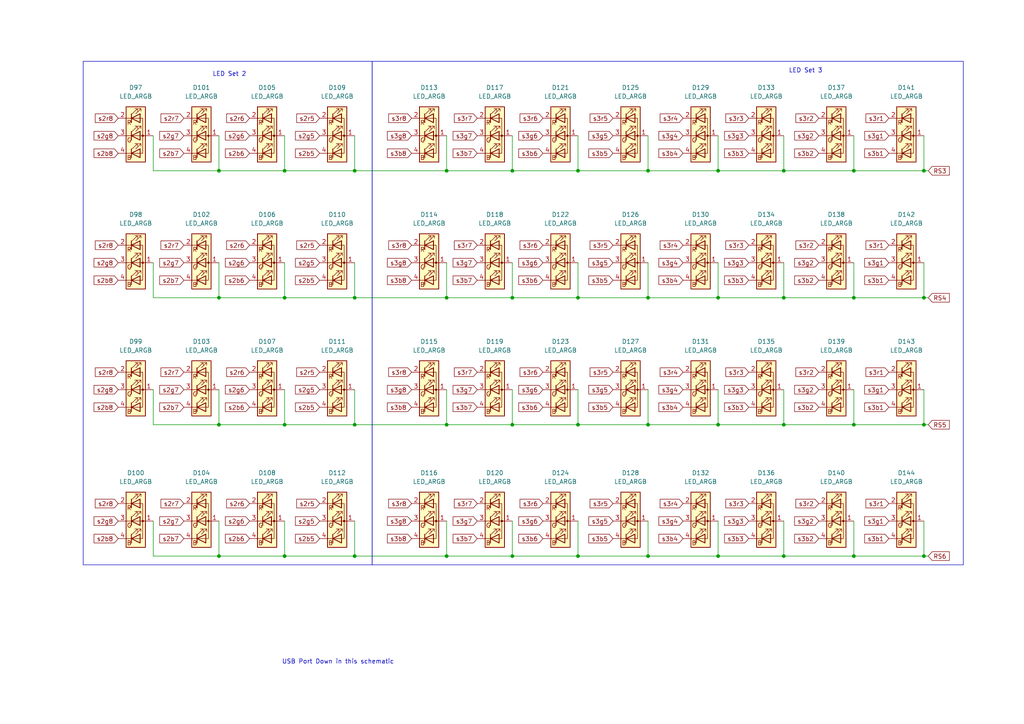
<source format=kicad_sch>
(kicad_sch (version 20250114) (generator "eeschema") (generator_version "9.0")
  (paper "A4")
  (lib_symbols
    (symbol "Device:LED_ARGB" (pin_names (offset 0) (hide yes))
      (property "Reference" "D" (at 0 9.398 0))
      (property "Value" "LED_ARGB" (at 0 -8.89 0))
      (symbol "LED_ARGB_0_0"
        (text "R" (at -1.905 3.81 0) (effects (font (size 1.27 1.27))))
        (text "G" (at -1.905 -1.27 0) (effects (font (size 1.27 1.27))))
        (text "B" (at -1.905 -6.35 0) (effects (font (size 1.27 1.27))))
      )
      (symbol "LED_ARGB_0_1"
        (polyline (pts (xy -1.27 6.35) (xy -1.27 3.81)) (stroke (width 0.254)))
        (polyline (pts (xy -1.27 6.35) (xy -1.27 3.81) (xy -1.27 3.81)))
        (polyline (pts (xy -1.27 5.08) (xy -2.54 5.08)))
        (polyline (pts (xy -1.27 5.08) (xy 1.27 5.08)))
        (polyline (pts (xy -1.27 1.27) (xy -1.27 -1.27)) (stroke (width 0.254)))
        (polyline (pts (xy -1.27 1.27) (xy -1.27 -1.27) (xy -1.27 -1.27)))
        (polyline (pts (xy -1.27 0) (xy -2.54 0)))
        (polyline (pts (xy -1.27 -3.81) (xy -1.27 -6.35)) (stroke (width 0.254)))
        (polyline (pts (xy -1.27 -5.08) (xy -2.54 -5.08)))
        (polyline (pts (xy -1.27 -5.08) (xy 1.27 -5.08)))
        (polyline (pts (xy -1.016 6.35) (xy 0.508 7.874) (xy -0.254 7.874) (xy 0.508 7.874) (xy 0.508 7.112)))
        (polyline (pts (xy -1.016 1.27) (xy 0.508 2.794) (xy -0.254 2.794) (xy 0.508 2.794) (xy 0.508 2.032)))
        (polyline (pts (xy -1.016 -3.81) (xy 0.508 -2.286) (xy -0.254 -2.286) (xy 0.508 -2.286) (xy 0.508 -3.048)))
        (polyline (pts (xy 0 6.35) (xy 1.524 7.874) (xy 0.762 7.874) (xy 1.524 7.874) (xy 1.524 7.112)))
        (polyline (pts (xy 0 1.27) (xy 1.524 2.794) (xy 0.762 2.794) (xy 1.524 2.794) (xy 1.524 2.032)))
        (polyline (pts (xy 0 -3.81) (xy 1.524 -2.286) (xy 0.762 -2.286) (xy 1.524 -2.286) (xy 1.524 -3.048)))
        (polyline (pts (xy 1.27 6.35) (xy 1.27 3.81) (xy -1.27 5.08) (xy 1.27 6.35)) (stroke (width 0.254)))
        (rectangle (start 1.27 6.35) (end 1.27 6.35))
        (rectangle (start 1.27 3.81) (end 1.27 6.35))
        (polyline (pts (xy 1.27 1.27) (xy 1.27 -1.27) (xy -1.27 0) (xy 1.27 1.27)) (stroke (width 0.254)))
        (rectangle (start 1.27 1.27) (end 1.27 1.27))
        (polyline (pts (xy 1.27 0) (xy -1.27 0)))
        (polyline (pts (xy 1.27 0) (xy 2.54 0)))
        (rectangle (start 1.27 -1.27) (end 1.27 1.27))
        (polyline (pts (xy 1.27 -3.81) (xy 1.27 -6.35) (xy -1.27 -5.08) (xy 1.27 -3.81)) (stroke (width 0.254)))
        (polyline (pts (xy 1.27 -5.08) (xy 2.032 -5.08) (xy 2.032 5.08) (xy 1.27 5.08)))
        (circle (center 2.032 0) (radius 0.254) (fill (type outline)))
        (rectangle (start 2.794 8.382) (end -2.794 -7.62) (stroke (width 0.254)) (fill (type background)))
      )
      (symbol "LED_ARGB_1_1"
        (pin passive line (at -5.08 5.08 0) (length 2.54) (name "RK") (number "2"))
        (pin passive line (at -5.08 0 0) (length 2.54) (name "GK") (number "3"))
        (pin passive line (at -5.08 -5.08 0) (length 2.54) (name "BK") (number "4"))
        (pin passive line (at 5.08 0 180) (length 2.54) (name "A") (number "1"))
      )
    )
  )
  (rectangle (start 24.13 17.78) (end 107.95 163.83))
  (rectangle (start 107.95 17.78) (end 279.4 163.83))
  (text "LED Set 3" (at 233.68 20.574 0) (effects (font (size 1.27 1.27))))
  (text "LED Set 2\n" (at 66.548 21.59 0) (effects (font (size 1.27 1.27))))
  (text "USB Port Down in this schematic\n" (at 98.044 192.024 0) (effects (font (size 1.27 1.27))))
  (junction (at 102.87 49.53))
  (junction (at 82.55 123.19))
  (junction (at 247.65 161.29))
  (junction (at 167.64 161.29))
  (junction (at 227.33 161.29))
  (junction (at 247.65 49.53))
  (junction (at 148.59 161.29))
  (junction (at 167.64 123.19))
  (junction (at 267.97 123.19))
  (junction (at 129.54 86.36))
  (junction (at 63.5 49.53))
  (junction (at 187.96 161.29))
  (junction (at 102.87 86.36))
  (junction (at 208.28 86.36))
  (junction (at 167.64 86.36))
  (junction (at 148.59 123.19))
  (junction (at 148.59 86.36))
  (junction (at 129.54 161.29))
  (junction (at 63.5 161.29))
  (junction (at 227.33 49.53))
  (junction (at 267.97 161.29))
  (junction (at 167.64 49.53))
  (junction (at 82.55 49.53))
  (junction (at 247.65 123.19))
  (junction (at 247.65 86.36))
  (junction (at 102.87 161.29))
  (junction (at 227.33 86.36))
  (junction (at 227.33 123.19))
  (junction (at 129.54 123.19))
  (junction (at 82.55 86.36))
  (junction (at 129.54 49.53))
  (junction (at 148.59 49.53))
  (junction (at 187.96 86.36))
  (junction (at 187.96 123.19))
  (junction (at 63.5 123.19))
  (junction (at 208.28 161.29))
  (junction (at 82.55 161.29))
  (junction (at 208.28 123.19))
  (junction (at 63.5 86.36))
  (junction (at 208.28 49.53))
  (junction (at 267.97 49.53))
  (junction (at 102.87 123.19))
  (junction (at 187.96 49.53))
  (junction (at 267.97 86.36))
  (wire (pts (xy 227.33 151.13) (xy 227.33 161.29)))
  (wire (pts (xy 44.45 151.13) (xy 44.45 161.29)))
  (wire (pts (xy 102.87 161.29) (xy 129.54 161.29)))
  (wire (pts (xy 247.65 123.19) (xy 267.97 123.19)))
  (wire (pts (xy 129.54 39.37) (xy 129.54 49.53)))
  (wire (pts (xy 44.45 76.2) (xy 44.45 86.36)))
  (wire (pts (xy 102.87 123.19) (xy 129.54 123.19)))
  (wire (pts (xy 44.45 113.03) (xy 44.45 123.19)))
  (wire (pts (xy 208.28 49.53) (xy 227.33 49.53)))
  (wire (pts (xy 129.54 123.19) (xy 148.59 123.19)))
  (wire (pts (xy 129.54 86.36) (xy 148.59 86.36)))
  (wire (pts (xy 63.5 49.53) (xy 82.55 49.53)))
  (wire (pts (xy 148.59 161.29) (xy 167.64 161.29)))
  (wire (pts (xy 82.55 76.2) (xy 82.55 86.36)))
  (wire (pts (xy 267.97 123.19) (xy 269.24 123.19)))
  (wire (pts (xy 247.65 76.2) (xy 247.65 86.36)))
  (wire (pts (xy 167.64 123.19) (xy 187.96 123.19)))
  (wire (pts (xy 82.55 39.37) (xy 82.55 49.53)))
  (wire (pts (xy 267.97 151.13) (xy 267.97 161.29)))
  (wire (pts (xy 102.87 49.53) (xy 129.54 49.53)))
  (wire (pts (xy 102.87 151.13) (xy 102.87 161.29)))
  (wire (pts (xy 208.28 123.19) (xy 227.33 123.19)))
  (wire (pts (xy 208.28 151.13) (xy 208.28 161.29)))
  (wire (pts (xy 102.87 86.36) (xy 129.54 86.36)))
  (wire (pts (xy 82.55 86.36) (xy 102.87 86.36)))
  (wire (pts (xy 44.45 39.37) (xy 44.45 49.53)))
  (wire (pts (xy 129.54 49.53) (xy 148.59 49.53)))
  (wire (pts (xy 267.97 76.2) (xy 267.97 86.36)))
  (wire (pts (xy 82.55 113.03) (xy 82.55 123.19)))
  (wire (pts (xy 187.96 161.29) (xy 208.28 161.29)))
  (wire (pts (xy 148.59 123.19) (xy 167.64 123.19)))
  (wire (pts (xy 247.65 86.36) (xy 267.97 86.36)))
  (wire (pts (xy 267.97 113.03) (xy 267.97 123.19)))
  (wire (pts (xy 44.45 86.36) (xy 63.5 86.36)))
  (wire (pts (xy 148.59 113.03) (xy 148.59 123.19)))
  (wire (pts (xy 167.64 39.37) (xy 167.64 49.53)))
  (wire (pts (xy 208.28 76.2) (xy 208.28 86.36)))
  (wire (pts (xy 187.96 49.53) (xy 208.28 49.53)))
  (wire (pts (xy 44.45 123.19) (xy 63.5 123.19)))
  (wire (pts (xy 187.96 151.13) (xy 187.96 161.29)))
  (wire (pts (xy 187.96 123.19) (xy 208.28 123.19)))
  (wire (pts (xy 148.59 76.2) (xy 148.59 86.36)))
  (wire (pts (xy 148.59 49.53) (xy 167.64 49.53)))
  (wire (pts (xy 167.64 86.36) (xy 187.96 86.36)))
  (wire (pts (xy 247.65 151.13) (xy 247.65 161.29)))
  (wire (pts (xy 129.54 76.2) (xy 129.54 86.36)))
  (wire (pts (xy 227.33 86.36) (xy 247.65 86.36)))
  (wire (pts (xy 227.33 113.03) (xy 227.33 123.19)))
  (wire (pts (xy 247.65 113.03) (xy 247.65 123.19)))
  (wire (pts (xy 167.64 49.53) (xy 187.96 49.53)))
  (wire (pts (xy 208.28 113.03) (xy 208.28 123.19)))
  (wire (pts (xy 267.97 49.53) (xy 269.24 49.53)))
  (wire (pts (xy 63.5 86.36) (xy 82.55 86.36)))
  (wire (pts (xy 129.54 161.29) (xy 148.59 161.29)))
  (wire (pts (xy 227.33 76.2) (xy 227.33 86.36)))
  (wire (pts (xy 129.54 113.03) (xy 129.54 123.19)))
  (wire (pts (xy 63.5 39.37) (xy 63.5 49.53)))
  (wire (pts (xy 63.5 161.29) (xy 82.55 161.29)))
  (wire (pts (xy 187.96 113.03) (xy 187.96 123.19)))
  (wire (pts (xy 102.87 113.03) (xy 102.87 123.19)))
  (wire (pts (xy 102.87 39.37) (xy 102.87 49.53)))
  (wire (pts (xy 129.54 151.13) (xy 129.54 161.29)))
  (wire (pts (xy 227.33 49.53) (xy 247.65 49.53)))
  (wire (pts (xy 208.28 39.37) (xy 208.28 49.53)))
  (wire (pts (xy 82.55 49.53) (xy 102.87 49.53)))
  (wire (pts (xy 63.5 113.03) (xy 63.5 123.19)))
  (wire (pts (xy 187.96 76.2) (xy 187.96 86.36)))
  (wire (pts (xy 247.65 161.29) (xy 267.97 161.29)))
  (wire (pts (xy 102.87 76.2) (xy 102.87 86.36)))
  (wire (pts (xy 267.97 39.37) (xy 267.97 49.53)))
  (wire (pts (xy 167.64 113.03) (xy 167.64 123.19)))
  (wire (pts (xy 227.33 39.37) (xy 227.33 49.53)))
  (wire (pts (xy 247.65 49.53) (xy 267.97 49.53)))
  (wire (pts (xy 167.64 76.2) (xy 167.64 86.36)))
  (wire (pts (xy 148.59 151.13) (xy 148.59 161.29)))
  (wire (pts (xy 187.96 86.36) (xy 208.28 86.36)))
  (wire (pts (xy 44.45 49.53) (xy 63.5 49.53)))
  (wire (pts (xy 208.28 86.36) (xy 227.33 86.36)))
  (wire (pts (xy 167.64 151.13) (xy 167.64 161.29)))
  (wire (pts (xy 167.64 161.29) (xy 187.96 161.29)))
  (wire (pts (xy 44.45 161.29) (xy 63.5 161.29)))
  (wire (pts (xy 187.96 39.37) (xy 187.96 49.53)))
  (wire (pts (xy 208.28 161.29) (xy 227.33 161.29)))
  (wire (pts (xy 63.5 76.2) (xy 63.5 86.36)))
  (wire (pts (xy 267.97 161.29) (xy 269.24 161.29)))
  (wire (pts (xy 227.33 123.19) (xy 247.65 123.19)))
  (wire (pts (xy 247.65 39.37) (xy 247.65 49.53)))
  (wire (pts (xy 227.33 161.29) (xy 247.65 161.29)))
  (wire (pts (xy 63.5 151.13) (xy 63.5 161.29)))
  (wire (pts (xy 63.5 123.19) (xy 82.55 123.19)))
  (wire (pts (xy 267.97 86.36) (xy 269.24 86.36)))
  (wire (pts (xy 148.59 39.37) (xy 148.59 49.53)))
  (wire (pts (xy 82.55 123.19) (xy 102.87 123.19)))
  (wire (pts (xy 82.55 151.13) (xy 82.55 161.29)))
  (wire (pts (xy 148.59 86.36) (xy 167.64 86.36)))
  (wire (pts (xy 82.55 161.29) (xy 102.87 161.29)))
  (global_label "s2g5" (shape input) (at 92.71 39.37 180) (property "Intersheetrefs" "${INTERSHEET_REFS}" (effects (hide yes))))
  (global_label "s2r7" (shape input) (at 53.34 146.05 180) (property "Intersheetrefs" "${INTERSHEET_REFS}" (effects (hide yes))))
  (global_label "s2b5" (shape input) (at 92.71 156.21 180) (property "Intersheetrefs" "${INTERSHEET_REFS}" (effects (hide yes))))
  (global_label "s3b5" (shape input) (at 177.8 118.11 180) (property "Intersheetrefs" "${INTERSHEET_REFS}" (effects (hide yes))))
  (global_label "RS6" (shape input) (at 269.24 161.29 0) (property "Intersheetrefs" "${INTERSHEET_REFS}" (effects (hide yes))))
  (global_label "s3b5" (shape input) (at 177.8 81.28 180) (property "Intersheetrefs" "${INTERSHEET_REFS}" (effects (hide yes))))
  (global_label "s2g6" (shape input) (at 72.39 76.2 180) (property "Intersheetrefs" "${INTERSHEET_REFS}" (effects (hide yes))))
  (global_label "s3b6" (shape input) (at 157.48 156.21 180) (property "Intersheetrefs" "${INTERSHEET_REFS}" (effects (hide yes))))
  (global_label "s3r6" (shape input) (at 157.48 71.12 180) (property "Intersheetrefs" "${INTERSHEET_REFS}" (effects (hide yes))))
  (global_label "s3r5" (shape input) (at 177.8 34.29 180) (property "Intersheetrefs" "${INTERSHEET_REFS}" (effects (hide yes))))
  (global_label "s3g4" (shape input) (at 198.12 76.2 180) (property "Intersheetrefs" "${INTERSHEET_REFS}" (effects (hide yes))))
  (global_label "s2b5" (shape input) (at 92.71 118.11 180) (property "Intersheetrefs" "${INTERSHEET_REFS}" (effects (hide yes))))
  (global_label "s3r5" (shape input) (at 177.8 107.95 180) (property "Intersheetrefs" "${INTERSHEET_REFS}" (effects (hide yes))))
  (global_label "s2g7" (shape input) (at 53.34 76.2 180) (property "Intersheetrefs" "${INTERSHEET_REFS}" (effects (hide yes))))
  (global_label "s2r6" (shape input) (at 72.39 34.29 180) (property "Intersheetrefs" "${INTERSHEET_REFS}" (effects (hide yes))))
  (global_label "s3r4" (shape input) (at 198.12 107.95 180) (property "Intersheetrefs" "${INTERSHEET_REFS}" (effects (hide yes))))
  (global_label "s3b8" (shape input) (at 119.38 44.45 180) (property "Intersheetrefs" "${INTERSHEET_REFS}" (effects (hide yes))))
  (global_label "s3b8" (shape input) (at 119.38 81.28 180) (property "Intersheetrefs" "${INTERSHEET_REFS}" (effects (hide yes))))
  (global_label "s3b2" (shape input) (at 237.49 118.11 180) (property "Intersheetrefs" "${INTERSHEET_REFS}" (effects (hide yes))))
  (global_label "s3b1" (shape input) (at 257.81 44.45 180) (property "Intersheetrefs" "${INTERSHEET_REFS}" (effects (hide yes))))
  (global_label "s2b6" (shape input) (at 72.39 81.28 180) (property "Intersheetrefs" "${INTERSHEET_REFS}" (effects (hide yes))))
  (global_label "s2g6" (shape input) (at 72.39 113.03 180) (property "Intersheetrefs" "${INTERSHEET_REFS}" (effects (hide yes))))
  (global_label "s2r8" (shape input) (at 34.29 146.05 180) (property "Intersheetrefs" "${INTERSHEET_REFS}" (effects (hide yes))))
  (global_label "s3b1" (shape input) (at 257.81 118.11 180) (property "Intersheetrefs" "${INTERSHEET_REFS}" (effects (hide yes))))
  (global_label "s2r5" (shape input) (at 92.71 107.95 180) (property "Intersheetrefs" "${INTERSHEET_REFS}" (effects (hide yes))))
  (global_label "RS4" (shape input) (at 269.24 86.36 0) (property "Intersheetrefs" "${INTERSHEET_REFS}" (effects (hide yes))))
  (global_label "s3r7" (shape input) (at 138.43 34.29 180) (property "Intersheetrefs" "${INTERSHEET_REFS}" (effects (hide yes))))
  (global_label "s2b6" (shape input) (at 72.39 156.21 180) (property "Intersheetrefs" "${INTERSHEET_REFS}" (effects (hide yes))))
  (global_label "s3r8" (shape input) (at 119.38 34.29 180) (property "Intersheetrefs" "${INTERSHEET_REFS}" (effects (hide yes))))
  (global_label "s3b3" (shape input) (at 217.17 156.21 180) (property "Intersheetrefs" "${INTERSHEET_REFS}" (effects (hide yes))))
  (global_label "s3g5" (shape input) (at 177.8 39.37 180) (property "Intersheetrefs" "${INTERSHEET_REFS}" (effects (hide yes))))
  (global_label "s2g8" (shape input) (at 34.29 113.03 180) (property "Intersheetrefs" "${INTERSHEET_REFS}" (effects (hide yes))))
  (global_label "s3r2" (shape input) (at 237.49 71.12 180) (property "Intersheetrefs" "${INTERSHEET_REFS}" (effects (hide yes))))
  (global_label "RS3" (shape input) (at 269.24 49.53 0) (property "Intersheetrefs" "${INTERSHEET_REFS}" (effects (hide yes))))
  (global_label "s3g4" (shape input) (at 198.12 113.03 180) (property "Intersheetrefs" "${INTERSHEET_REFS}" (effects (hide yes))))
  (global_label "s3b8" (shape input) (at 119.38 118.11 180) (property "Intersheetrefs" "${INTERSHEET_REFS}" (effects (hide yes))))
  (global_label "s2b5" (shape input) (at 92.71 44.45 180) (property "Intersheetrefs" "${INTERSHEET_REFS}" (effects (hide yes))))
  (global_label "s3r8" (shape input) (at 119.38 107.95 180) (property "Intersheetrefs" "${INTERSHEET_REFS}" (effects (hide yes))))
  (global_label "s3r2" (shape input) (at 237.49 107.95 180) (property "Intersheetrefs" "${INTERSHEET_REFS}" (effects (hide yes))))
  (global_label "s3g4" (shape input) (at 198.12 39.37 180) (property "Intersheetrefs" "${INTERSHEET_REFS}" (effects (hide yes))))
  (global_label "s3b1" (shape input) (at 257.81 156.21 180) (property "Intersheetrefs" "${INTERSHEET_REFS}" (effects (hide yes))))
  (global_label "s3r2" (shape input) (at 237.49 146.05 180) (property "Intersheetrefs" "${INTERSHEET_REFS}" (effects (hide yes))))
  (global_label "s2r8" (shape input) (at 34.29 34.29 180) (property "Intersheetrefs" "${INTERSHEET_REFS}" (effects (hide yes))))
  (global_label "s3b3" (shape input) (at 217.17 44.45 180) (property "Intersheetrefs" "${INTERSHEET_REFS}" (effects (hide yes))))
  (global_label "s2b7" (shape input) (at 53.34 81.28 180) (property "Intersheetrefs" "${INTERSHEET_REFS}" (effects (hide yes))))
  (global_label "s3r1" (shape input) (at 257.81 146.05 180) (property "Intersheetrefs" "${INTERSHEET_REFS}" (effects (hide yes))))
  (global_label "s3g1" (shape input) (at 257.81 151.13 180) (property "Intersheetrefs" "${INTERSHEET_REFS}" (effects (hide yes))))
  (global_label "s3r8" (shape input) (at 119.38 71.12 180) (property "Intersheetrefs" "${INTERSHEET_REFS}" (effects (hide yes))))
  (global_label "s3g1" (shape input) (at 257.81 76.2 180) (property "Intersheetrefs" "${INTERSHEET_REFS}" (effects (hide yes))))
  (global_label "s3g1" (shape input) (at 257.81 113.03 180) (property "Intersheetrefs" "${INTERSHEET_REFS}" (effects (hide yes))))
  (global_label "s2g7" (shape input) (at 53.34 113.03 180) (property "Intersheetrefs" "${INTERSHEET_REFS}" (effects (hide yes))))
  (global_label "s3b3" (shape input) (at 217.17 118.11 180) (property "Intersheetrefs" "${INTERSHEET_REFS}" (effects (hide yes))))
  (global_label "s3r5" (shape input) (at 177.8 146.05 180) (property "Intersheetrefs" "${INTERSHEET_REFS}" (effects (hide yes))))
  (global_label "s3g3" (shape input) (at 217.17 39.37 180) (property "Intersheetrefs" "${INTERSHEET_REFS}" (effects (hide yes))))
  (global_label "s2r6" (shape input) (at 72.39 107.95 180) (property "Intersheetrefs" "${INTERSHEET_REFS}" (effects (hide yes))))
  (global_label "s2g5" (shape input) (at 92.71 113.03 180) (property "Intersheetrefs" "${INTERSHEET_REFS}" (effects (hide yes))))
  (global_label "s3g6" (shape input) (at 157.48 76.2 180) (property "Intersheetrefs" "${INTERSHEET_REFS}" (effects (hide yes))))
  (global_label "s2b7" (shape input) (at 53.34 156.21 180) (property "Intersheetrefs" "${INTERSHEET_REFS}" (effects (hide yes))))
  (global_label "s3b4" (shape input) (at 198.12 118.11 180) (property "Intersheetrefs" "${INTERSHEET_REFS}" (effects (hide yes))))
  (global_label "s3r4" (shape input) (at 198.12 146.05 180) (property "Intersheetrefs" "${INTERSHEET_REFS}" (effects (hide yes))))
  (global_label "s3g8" (shape input) (at 119.38 151.13 180) (property "Intersheetrefs" "${INTERSHEET_REFS}" (effects (hide yes))))
  (global_label "s3r3" (shape input) (at 217.17 146.05 180) (property "Intersheetrefs" "${INTERSHEET_REFS}" (effects (hide yes))))
  (global_label "s2r8" (shape input) (at 34.29 71.12 180) (property "Intersheetrefs" "${INTERSHEET_REFS}" (effects (hide yes))))
  (global_label "s3b7" (shape input) (at 138.43 156.21 180) (property "Intersheetrefs" "${INTERSHEET_REFS}" (effects (hide yes))))
  (global_label "s3b5" (shape input) (at 177.8 44.45 180) (property "Intersheetrefs" "${INTERSHEET_REFS}" (effects (hide yes))))
  (global_label "s3g5" (shape input) (at 177.8 76.2 180) (property "Intersheetrefs" "${INTERSHEET_REFS}" (effects (hide yes))))
  (global_label "s3r4" (shape input) (at 198.12 71.12 180) (property "Intersheetrefs" "${INTERSHEET_REFS}" (effects (hide yes))))
  (global_label "s2b8" (shape input) (at 34.29 118.11 180) (property "Intersheetrefs" "${INTERSHEET_REFS}" (effects (hide yes))))
  (global_label "s3r3" (shape input) (at 217.17 34.29 180) (property "Intersheetrefs" "${INTERSHEET_REFS}" (effects (hide yes))))
  (global_label "s3b6" (shape input) (at 157.48 44.45 180) (property "Intersheetrefs" "${INTERSHEET_REFS}" (effects (hide yes))))
  (global_label "s2b8" (shape input) (at 34.29 81.28 180) (property "Intersheetrefs" "${INTERSHEET_REFS}" (effects (hide yes))))
  (global_label "s2b7" (shape input) (at 53.34 44.45 180) (property "Intersheetrefs" "${INTERSHEET_REFS}" (effects (hide yes))))
  (global_label "s3g1" (shape input) (at 257.81 39.37 180) (property "Intersheetrefs" "${INTERSHEET_REFS}" (effects (hide yes))))
  (global_label "s3g3" (shape input) (at 217.17 76.2 180) (property "Intersheetrefs" "${INTERSHEET_REFS}" (effects (hide yes))))
  (global_label "s3b7" (shape input) (at 138.43 44.45 180) (property "Intersheetrefs" "${INTERSHEET_REFS}" (effects (hide yes))))
  (global_label "s2b6" (shape input) (at 72.39 118.11 180) (property "Intersheetrefs" "${INTERSHEET_REFS}" (effects (hide yes))))
  (global_label "s3g8" (shape input) (at 119.38 39.37 180) (property "Intersheetrefs" "${INTERSHEET_REFS}" (effects (hide yes))))
  (global_label "s2r5" (shape input) (at 92.71 34.29 180) (property "Intersheetrefs" "${INTERSHEET_REFS}" (effects (hide yes))))
  (global_label "s3r7" (shape input) (at 138.43 107.95 180) (property "Intersheetrefs" "${INTERSHEET_REFS}" (effects (hide yes))))
  (global_label "s2r6" (shape input) (at 72.39 146.05 180) (property "Intersheetrefs" "${INTERSHEET_REFS}" (effects (hide yes))))
  (global_label "s3b7" (shape input) (at 138.43 118.11 180) (property "Intersheetrefs" "${INTERSHEET_REFS}" (effects (hide yes))))
  (global_label "s3g6" (shape input) (at 157.48 39.37 180) (property "Intersheetrefs" "${INTERSHEET_REFS}" (effects (hide yes))))
  (global_label "s2b8" (shape input) (at 34.29 44.45 180) (property "Intersheetrefs" "${INTERSHEET_REFS}" (effects (hide yes))))
  (global_label "s2g6" (shape input) (at 72.39 151.13 180) (property "Intersheetrefs" "${INTERSHEET_REFS}" (effects (hide yes))))
  (global_label "s3r6" (shape input) (at 157.48 107.95 180) (property "Intersheetrefs" "${INTERSHEET_REFS}" (effects (hide yes))))
  (global_label "s3r1" (shape input) (at 257.81 107.95 180) (property "Intersheetrefs" "${INTERSHEET_REFS}" (effects (hide yes))))
  (global_label "s3b4" (shape input) (at 198.12 81.28 180) (property "Intersheetrefs" "${INTERSHEET_REFS}" (effects (hide yes))))
  (global_label "s3g7" (shape input) (at 138.43 39.37 180) (property "Intersheetrefs" "${INTERSHEET_REFS}" (effects (hide yes))))
  (global_label "s2r7" (shape input) (at 53.34 71.12 180) (property "Intersheetrefs" "${INTERSHEET_REFS}" (effects (hide yes))))
  (global_label "s3b6" (shape input) (at 157.48 81.28 180) (property "Intersheetrefs" "${INTERSHEET_REFS}" (effects (hide yes))))
  (global_label "s2g5" (shape input) (at 92.71 151.13 180) (property "Intersheetrefs" "${INTERSHEET_REFS}" (effects (hide yes))))
  (global_label "s2r5" (shape input) (at 92.71 146.05 180) (property "Intersheetrefs" "${INTERSHEET_REFS}" (effects (hide yes))))
  (global_label "s3g8" (shape input) (at 119.38 113.03 180) (property "Intersheetrefs" "${INTERSHEET_REFS}" (effects (hide yes))))
  (global_label "s3r1" (shape input) (at 257.81 71.12 180) (property "Intersheetrefs" "${INTERSHEET_REFS}" (effects (hide yes))))
  (global_label "s3b6" (shape input) (at 157.48 118.11 180) (property "Intersheetrefs" "${INTERSHEET_REFS}" (effects (hide yes))))
  (global_label "s3r7" (shape input) (at 138.43 146.05 180) (property "Intersheetrefs" "${INTERSHEET_REFS}" (effects (hide yes))))
  (global_label "s3r3" (shape input) (at 217.17 107.95 180) (property "Intersheetrefs" "${INTERSHEET_REFS}" (effects (hide yes))))
  (global_label "s3r5" (shape input) (at 177.8 71.12 180) (property "Intersheetrefs" "${INTERSHEET_REFS}" (effects (hide yes))))
  (global_label "s3r7" (shape input) (at 138.43 71.12 180) (property "Intersheetrefs" "${INTERSHEET_REFS}" (effects (hide yes))))
  (global_label "s2r8" (shape input) (at 34.29 107.95 180) (property "Intersheetrefs" "${INTERSHEET_REFS}" (effects (hide yes))))
  (global_label "s2g6" (shape input) (at 72.39 39.37 180) (property "Intersheetrefs" "${INTERSHEET_REFS}" (effects (hide yes))))
  (global_label "s2r5" (shape input) (at 92.71 71.12 180) (property "Intersheetrefs" "${INTERSHEET_REFS}" (effects (hide yes))))
  (global_label "s2r7" (shape input) (at 53.34 107.95 180) (property "Intersheetrefs" "${INTERSHEET_REFS}" (effects (hide yes))))
  (global_label "s3r6" (shape input) (at 157.48 146.05 180) (property "Intersheetrefs" "${INTERSHEET_REFS}" (effects (hide yes))))
  (global_label "s2g8" (shape input) (at 34.29 39.37 180) (property "Intersheetrefs" "${INTERSHEET_REFS}" (effects (hide yes))))
  (global_label "s3g2" (shape input) (at 237.49 76.2 180) (property "Intersheetrefs" "${INTERSHEET_REFS}" (effects (hide yes))))
  (global_label "s3g2" (shape input) (at 237.49 151.13 180) (property "Intersheetrefs" "${INTERSHEET_REFS}" (effects (hide yes))))
  (global_label "s3b5" (shape input) (at 177.8 156.21 180) (property "Intersheetrefs" "${INTERSHEET_REFS}" (effects (hide yes))))
  (global_label "s3g8" (shape input) (at 119.38 76.2 180) (property "Intersheetrefs" "${INTERSHEET_REFS}" (effects (hide yes))))
  (global_label "s2g8" (shape input) (at 34.29 151.13 180) (property "Intersheetrefs" "${INTERSHEET_REFS}" (effects (hide yes))))
  (global_label "s2b7" (shape input) (at 53.34 118.11 180) (property "Intersheetrefs" "${INTERSHEET_REFS}" (effects (hide yes))))
  (global_label "s3g7" (shape input) (at 138.43 113.03 180) (property "Intersheetrefs" "${INTERSHEET_REFS}" (effects (hide yes))))
  (global_label "s3g5" (shape input) (at 177.8 151.13 180) (property "Intersheetrefs" "${INTERSHEET_REFS}" (effects (hide yes))))
  (global_label "s3g2" (shape input) (at 237.49 113.03 180) (property "Intersheetrefs" "${INTERSHEET_REFS}" (effects (hide yes))))
  (global_label "s2b5" (shape input) (at 92.71 81.28 180) (property "Intersheetrefs" "${INTERSHEET_REFS}" (effects (hide yes))))
  (global_label "s3b2" (shape input) (at 237.49 44.45 180) (property "Intersheetrefs" "${INTERSHEET_REFS}" (effects (hide yes))))
  (global_label "s2r7" (shape input) (at 53.34 34.29 180) (property "Intersheetrefs" "${INTERSHEET_REFS}" (effects (hide yes))))
  (global_label "s3b8" (shape input) (at 119.38 156.21 180) (property "Intersheetrefs" "${INTERSHEET_REFS}" (effects (hide yes))))
  (global_label "s3b3" (shape input) (at 217.17 81.28 180) (property "Intersheetrefs" "${INTERSHEET_REFS}" (effects (hide yes))))
  (global_label "s3g2" (shape input) (at 237.49 39.37 180) (property "Intersheetrefs" "${INTERSHEET_REFS}" (effects (hide yes))))
  (global_label "s3r4" (shape input) (at 198.12 34.29 180) (property "Intersheetrefs" "${INTERSHEET_REFS}" (effects (hide yes))))
  (global_label "s3g6" (shape input) (at 157.48 151.13 180) (property "Intersheetrefs" "${INTERSHEET_REFS}" (effects (hide yes))))
  (global_label "s3b1" (shape input) (at 257.81 81.28 180) (property "Intersheetrefs" "${INTERSHEET_REFS}" (effects (hide yes))))
  (global_label "s3g3" (shape input) (at 217.17 151.13 180) (property "Intersheetrefs" "${INTERSHEET_REFS}" (effects (hide yes))))
  (global_label "s3g3" (shape input) (at 217.17 113.03 180) (property "Intersheetrefs" "${INTERSHEET_REFS}" (effects (hide yes))))
  (global_label "s2g8" (shape input) (at 34.29 76.2 180) (property "Intersheetrefs" "${INTERSHEET_REFS}" (effects (hide yes))))
  (global_label "s3r3" (shape input) (at 217.17 71.12 180) (property "Intersheetrefs" "${INTERSHEET_REFS}" (effects (hide yes))))
  (global_label "s2g7" (shape input) (at 53.34 39.37 180) (property "Intersheetrefs" "${INTERSHEET_REFS}" (effects (hide yes))))
  (global_label "s3b7" (shape input) (at 138.43 81.28 180) (property "Intersheetrefs" "${INTERSHEET_REFS}" (effects (hide yes))))
  (global_label "s3g6" (shape input) (at 157.48 113.03 180) (property "Intersheetrefs" "${INTERSHEET_REFS}" (effects (hide yes))))
  (global_label "s3g4" (shape input) (at 198.12 151.13 180) (property "Intersheetrefs" "${INTERSHEET_REFS}" (effects (hide yes))))
  (global_label "s3r1" (shape input) (at 257.81 34.29 180) (property "Intersheetrefs" "${INTERSHEET_REFS}" (effects (hide yes))))
  (global_label "s2g5" (shape input) (at 92.71 76.2 180) (property "Intersheetrefs" "${INTERSHEET_REFS}" (effects (hide yes))))
  (global_label "s3g7" (shape input) (at 138.43 76.2 180) (property "Intersheetrefs" "${INTERSHEET_REFS}" (effects (hide yes))))
  (global_label "s3r8" (shape input) (at 119.38 146.05 180) (property "Intersheetrefs" "${INTERSHEET_REFS}" (effects (hide yes))))
  (global_label "s2b6" (shape input) (at 72.39 44.45 180) (property "Intersheetrefs" "${INTERSHEET_REFS}" (effects (hide yes))))
  (global_label "s3b2" (shape input) (at 237.49 156.21 180) (property "Intersheetrefs" "${INTERSHEET_REFS}" (effects (hide yes))))
  (global_label "RS5" (shape input) (at 269.24 123.19 0) (property "Intersheetrefs" "${INTERSHEET_REFS}" (effects (hide yes))))
  (global_label "s3b4" (shape input) (at 198.12 44.45 180) (property "Intersheetrefs" "${INTERSHEET_REFS}" (effects (hide yes))))
  (global_label "s3g7" (shape input) (at 138.43 151.13 180) (property "Intersheetrefs" "${INTERSHEET_REFS}" (effects (hide yes))))
  (global_label "s3r6" (shape input) (at 157.48 34.29 180) (property "Intersheetrefs" "${INTERSHEET_REFS}" (effects (hide yes))))
  (global_label "s3g5" (shape input) (at 177.8 113.03 180) (property "Intersheetrefs" "${INTERSHEET_REFS}" (effects (hide yes))))
  (global_label "s2g7" (shape input) (at 53.34 151.13 180) (property "Intersheetrefs" "${INTERSHEET_REFS}" (effects (hide yes))))
  (global_label "s2b8" (shape input) (at 34.29 156.21 180) (property "Intersheetrefs" "${INTERSHEET_REFS}" (effects (hide yes))))
  (global_label "s3b2" (shape input) (at 237.49 81.28 180) (property "Intersheetrefs" "${INTERSHEET_REFS}" (effects (hide yes))))
  (global_label "s3r2" (shape input) (at 237.49 34.29 180) (property "Intersheetrefs" "${INTERSHEET_REFS}" (effects (hide yes))))
  (global_label "s3b4" (shape input) (at 198.12 156.21 180) (property "Intersheetrefs" "${INTERSHEET_REFS}" (effects (hide yes))))
  (global_label "s2r6" (shape input) (at 72.39 71.12 180) (property "Intersheetrefs" "${INTERSHEET_REFS}" (effects (hide yes))))
  (symbol (lib_id "Device:LED_ARGB") (at 143.51 39.37 0) (unit 1)
    (property "Reference" "D117" (at 143.51 25.4 0))
    (property "Value" "LED_ARGB" (at 143.51 27.94 0))
    (property "Footprint" "LED_SMD:LED_Cree-PLCC4_2x2mm_CW" (effects (hide yes)))
    (property "Description" "RGB LED, anode/red/green/blue" (effects (hide yes)))
  )
  (symbol (lib_id "Device:LED_ARGB") (at 39.37 113.03 0) (unit 1)
    (property "Reference" "D99" (at 39.37 99.06 0))
    (property "Value" "LED_ARGB" (at 39.37 101.6 0))
    (property "Footprint" "LED_SMD:LED_Cree-PLCC4_2x2mm_CW" (effects (hide yes)))
    (property "Description" "RGB LED, anode/red/green/blue" (effects (hide yes)))
  )
  (symbol (lib_id "Device:LED_ARGB") (at 77.47 113.03 0) (unit 1)
    (property "Reference" "D107" (at 77.47 99.06 0))
    (property "Value" "LED_ARGB" (at 77.47 101.6 0))
    (property "Footprint" "LED_SMD:LED_Cree-PLCC4_2x2mm_CW" (effects (hide yes)))
    (property "Description" "RGB LED, anode/red/green/blue" (effects (hide yes)))
  )
  (symbol (lib_id "Device:LED_ARGB") (at 124.46 76.2 0) (unit 1)
    (property "Reference" "D114" (at 124.46 62.23 0))
    (property "Value" "LED_ARGB" (at 124.46 64.77 0))
    (property "Footprint" "LED_SMD:LED_Cree-PLCC4_2x2mm_CW" (effects (hide yes)))
    (property "Description" "RGB LED, anode/red/green/blue" (effects (hide yes)))
  )
  (symbol (lib_id "Device:LED_ARGB") (at 77.47 76.2 0) (unit 1)
    (property "Reference" "D106" (at 77.47 62.23 0))
    (property "Value" "LED_ARGB" (at 77.47 64.77 0))
    (property "Footprint" "LED_SMD:LED_Cree-PLCC4_2x2mm_CW" (effects (hide yes)))
    (property "Description" "RGB LED, anode/red/green/blue" (effects (hide yes)))
  )
  (symbol (lib_id "Device:LED_ARGB") (at 162.56 76.2 0) (unit 1)
    (property "Reference" "D122" (at 162.56 62.23 0))
    (property "Value" "LED_ARGB" (at 162.56 64.77 0))
    (property "Footprint" "LED_SMD:LED_Cree-PLCC4_2x2mm_CW" (effects (hide yes)))
    (property "Description" "RGB LED, anode/red/green/blue" (effects (hide yes)))
  )
  (symbol (lib_id "Device:LED_ARGB") (at 143.51 151.13 0) (unit 1)
    (property "Reference" "D120" (at 143.51 137.16 0))
    (property "Value" "LED_ARGB" (at 143.51 139.7 0))
    (property "Footprint" "LED_SMD:LED_Cree-PLCC4_2x2mm_CW" (effects (hide yes)))
    (property "Description" "RGB LED, anode/red/green/blue" (effects (hide yes)))
  )
  (symbol (lib_id "Device:LED_ARGB") (at 162.56 113.03 0) (unit 1)
    (property "Reference" "D123" (at 162.56 99.06 0))
    (property "Value" "LED_ARGB" (at 162.56 101.6 0))
    (property "Footprint" "LED_SMD:LED_Cree-PLCC4_2x2mm_CW" (effects (hide yes)))
    (property "Description" "RGB LED, anode/red/green/blue" (effects (hide yes)))
  )
  (symbol (lib_id "Device:LED_ARGB") (at 182.88 151.13 0) (unit 1)
    (property "Reference" "D128" (at 182.88 137.16 0))
    (property "Value" "LED_ARGB" (at 182.88 139.7 0))
    (property "Footprint" "LED_SMD:LED_Cree-PLCC4_2x2mm_CW" (effects (hide yes)))
    (property "Description" "RGB LED, anode/red/green/blue" (effects (hide yes)))
  )
  (symbol (lib_id "Device:LED_ARGB") (at 77.47 39.37 0) (unit 1)
    (property "Reference" "D105" (at 77.47 25.4 0))
    (property "Value" "LED_ARGB" (at 77.47 27.94 0))
    (property "Footprint" "LED_SMD:LED_Cree-PLCC4_2x2mm_CW" (effects (hide yes)))
    (property "Description" "RGB LED, anode/red/green/blue" (effects (hide yes)))
  )
  (symbol (lib_id "Device:LED_ARGB") (at 97.79 39.37 0) (unit 1)
    (property "Reference" "D109" (at 97.79 25.4 0))
    (property "Value" "LED_ARGB" (at 97.79 27.94 0))
    (property "Footprint" "LED_SMD:LED_Cree-PLCC4_2x2mm_CW" (effects (hide yes)))
    (property "Description" "RGB LED, anode/red/green/blue" (effects (hide yes)))
  )
  (symbol (lib_id "Device:LED_ARGB") (at 242.57 76.2 0) (unit 1)
    (property "Reference" "D138" (at 242.57 62.23 0))
    (property "Value" "LED_ARGB" (at 242.57 64.77 0))
    (property "Footprint" "LED_SMD:LED_Cree-PLCC4_2x2mm_CW" (effects (hide yes)))
    (property "Description" "RGB LED, anode/red/green/blue" (effects (hide yes)))
  )
  (symbol (lib_id "Device:LED_ARGB") (at 124.46 39.37 0) (unit 1)
    (property "Reference" "D113" (at 124.46 25.4 0))
    (property "Value" "LED_ARGB" (at 124.46 27.94 0))
    (property "Footprint" "LED_SMD:LED_Cree-PLCC4_2x2mm_CW" (effects (hide yes)))
    (property "Description" "RGB LED, anode/red/green/blue" (effects (hide yes)))
  )
  (symbol (lib_id "Device:LED_ARGB") (at 203.2 113.03 0) (unit 1)
    (property "Reference" "D131" (at 203.2 99.06 0))
    (property "Value" "LED_ARGB" (at 203.2 101.6 0))
    (property "Footprint" "LED_SMD:LED_Cree-PLCC4_2x2mm_CW" (effects (hide yes)))
    (property "Description" "RGB LED, anode/red/green/blue" (effects (hide yes)))
  )
  (symbol (lib_id "Device:LED_ARGB") (at 124.46 113.03 0) (unit 1)
    (property "Reference" "D115" (at 124.46 99.06 0))
    (property "Value" "LED_ARGB" (at 124.46 101.6 0))
    (property "Footprint" "LED_SMD:LED_Cree-PLCC4_2x2mm_CW" (effects (hide yes)))
    (property "Description" "RGB LED, anode/red/green/blue" (effects (hide yes)))
  )
  (symbol (lib_id "Device:LED_ARGB") (at 162.56 39.37 0) (unit 1)
    (property "Reference" "D121" (at 162.56 25.4 0))
    (property "Value" "LED_ARGB" (at 162.56 27.94 0))
    (property "Footprint" "LED_SMD:LED_Cree-PLCC4_2x2mm_CW" (effects (hide yes)))
    (property "Description" "RGB LED, anode/red/green/blue" (effects (hide yes)))
  )
  (symbol (lib_id "Device:LED_ARGB") (at 39.37 76.2 0) (unit 1)
    (property "Reference" "D98" (at 39.37 62.23 0))
    (property "Value" "LED_ARGB" (at 39.37 64.77 0))
    (property "Footprint" "LED_SMD:LED_Cree-PLCC4_2x2mm_CW" (effects (hide yes)))
    (property "Description" "RGB LED, anode/red/green/blue" (effects (hide yes)))
  )
  (symbol (lib_id "Device:LED_ARGB") (at 58.42 39.37 0) (unit 1)
    (property "Reference" "D101" (at 58.42 25.4 0))
    (property "Value" "LED_ARGB" (at 58.42 27.94 0))
    (property "Footprint" "LED_SMD:LED_Cree-PLCC4_2x2mm_CW" (effects (hide yes)))
    (property "Description" "RGB LED, anode/red/green/blue" (effects (hide yes)))
  )
  (symbol (lib_id "Device:LED_ARGB") (at 203.2 151.13 0) (unit 1)
    (property "Reference" "D132" (at 203.2 137.16 0))
    (property "Value" "LED_ARGB" (at 203.2 139.7 0))
    (property "Footprint" "LED_SMD:LED_Cree-PLCC4_2x2mm_CW" (effects (hide yes)))
    (property "Description" "RGB LED, anode/red/green/blue" (effects (hide yes)))
  )
  (symbol (lib_id "Device:LED_ARGB") (at 143.51 113.03 0) (unit 1)
    (property "Reference" "D119" (at 143.51 99.06 0))
    (property "Value" "LED_ARGB" (at 143.51 101.6 0))
    (property "Footprint" "LED_SMD:LED_Cree-PLCC4_2x2mm_CW" (effects (hide yes)))
    (property "Description" "RGB LED, anode/red/green/blue" (effects (hide yes)))
  )
  (symbol (lib_id "Device:LED_ARGB") (at 58.42 113.03 0) (unit 1)
    (property "Reference" "D103" (at 58.42 99.06 0))
    (property "Value" "LED_ARGB" (at 58.42 101.6 0))
    (property "Footprint" "LED_SMD:LED_Cree-PLCC4_2x2mm_CW" (effects (hide yes)))
    (property "Description" "RGB LED, anode/red/green/blue" (effects (hide yes)))
  )
  (symbol (lib_id "Device:LED_ARGB") (at 97.79 76.2 0) (unit 1)
    (property "Reference" "D110" (at 97.79 62.23 0))
    (property "Value" "LED_ARGB" (at 97.79 64.77 0))
    (property "Footprint" "LED_SMD:LED_Cree-PLCC4_2x2mm_CW" (effects (hide yes)))
    (property "Description" "RGB LED, anode/red/green/blue" (effects (hide yes)))
  )
  (symbol (lib_id "Device:LED_ARGB") (at 77.47 151.13 0) (unit 1)
    (property "Reference" "D108" (at 77.47 137.16 0))
    (property "Value" "LED_ARGB" (at 77.47 139.7 0))
    (property "Footprint" "LED_SMD:LED_Cree-PLCC4_2x2mm_CW" (effects (hide yes)))
    (property "Description" "RGB LED, anode/red/green/blue" (effects (hide yes)))
  )
  (symbol (lib_id "Device:LED_ARGB") (at 242.57 151.13 0) (unit 1)
    (property "Reference" "D140" (at 242.57 137.16 0))
    (property "Value" "LED_ARGB" (at 242.57 139.7 0))
    (property "Footprint" "LED_SMD:LED_Cree-PLCC4_2x2mm_CW" (effects (hide yes)))
    (property "Description" "RGB LED, anode/red/green/blue" (effects (hide yes)))
  )
  (symbol (lib_id "Device:LED_ARGB") (at 222.25 151.13 0) (unit 1)
    (property "Reference" "D136" (at 222.25 137.16 0))
    (property "Value" "LED_ARGB" (at 222.25 139.7 0))
    (property "Footprint" "LED_SMD:LED_Cree-PLCC4_2x2mm_CW" (effects (hide yes)))
    (property "Description" "RGB LED, anode/red/green/blue" (effects (hide yes)))
  )
  (symbol (lib_id "Device:LED_ARGB") (at 124.46 151.13 0) (unit 1)
    (property "Reference" "D116" (at 124.46 137.16 0))
    (property "Value" "LED_ARGB" (at 124.46 139.7 0))
    (property "Footprint" "LED_SMD:LED_Cree-PLCC4_2x2mm_CW" (effects (hide yes)))
    (property "Description" "RGB LED, anode/red/green/blue" (effects (hide yes)))
  )
  (symbol (lib_id "Device:LED_ARGB") (at 242.57 39.37 0) (unit 1)
    (property "Reference" "D137" (at 242.57 25.4 0))
    (property "Value" "LED_ARGB" (at 242.57 27.94 0))
    (property "Footprint" "LED_SMD:LED_Cree-PLCC4_2x2mm_CW" (effects (hide yes)))
    (property "Description" "RGB LED, anode/red/green/blue" (effects (hide yes)))
  )
  (symbol (lib_id "Device:LED_ARGB") (at 222.25 39.37 0) (unit 1)
    (property "Reference" "D133" (at 222.25 25.4 0))
    (property "Value" "LED_ARGB" (at 222.25 27.94 0))
    (property "Footprint" "LED_SMD:LED_Cree-PLCC4_2x2mm_CW" (effects (hide yes)))
    (property "Description" "RGB LED, anode/red/green/blue" (effects (hide yes)))
  )
  (symbol (lib_id "Device:LED_ARGB") (at 262.89 113.03 0) (unit 1)
    (property "Reference" "D143" (at 262.89 99.06 0))
    (property "Value" "LED_ARGB" (at 262.89 101.6 0))
    (property "Footprint" "LED_SMD:LED_Cree-PLCC4_2x2mm_CW" (effects (hide yes)))
    (property "Description" "RGB LED, anode/red/green/blue" (effects (hide yes)))
  )
  (symbol (lib_id "Device:LED_ARGB") (at 182.88 76.2 0) (unit 1)
    (property "Reference" "D126" (at 182.88 62.23 0))
    (property "Value" "LED_ARGB" (at 182.88 64.77 0))
    (property "Footprint" "LED_SMD:LED_Cree-PLCC4_2x2mm_CW" (effects (hide yes)))
    (property "Description" "RGB LED, anode/red/green/blue" (effects (hide yes)))
  )
  (symbol (lib_id "Device:LED_ARGB") (at 97.79 113.03 0) (unit 1)
    (property "Reference" "D111" (at 97.79 99.06 0))
    (property "Value" "LED_ARGB" (at 97.79 101.6 0))
    (property "Footprint" "LED_SMD:LED_Cree-PLCC4_2x2mm_CW" (effects (hide yes)))
    (property "Description" "RGB LED, anode/red/green/blue" (effects (hide yes)))
  )
  (symbol (lib_id "Device:LED_ARGB") (at 262.89 76.2 0) (unit 1)
    (property "Reference" "D142" (at 262.89 62.23 0))
    (property "Value" "LED_ARGB" (at 262.89 64.77 0))
    (property "Footprint" "LED_SMD:LED_Cree-PLCC4_2x2mm_CW" (effects (hide yes)))
    (property "Description" "RGB LED, anode/red/green/blue" (effects (hide yes)))
  )
  (symbol (lib_id "Device:LED_ARGB") (at 203.2 76.2 0) (unit 1)
    (property "Reference" "D130" (at 203.2 62.23 0))
    (property "Value" "LED_ARGB" (at 203.2 64.77 0))
    (property "Footprint" "LED_SMD:LED_Cree-PLCC4_2x2mm_CW" (effects (hide yes)))
    (property "Description" "RGB LED, anode/red/green/blue" (effects (hide yes)))
  )
  (symbol (lib_id "Device:LED_ARGB") (at 182.88 113.03 0) (unit 1)
    (property "Reference" "D127" (at 182.88 99.06 0))
    (property "Value" "LED_ARGB" (at 182.88 101.6 0))
    (property "Footprint" "LED_SMD:LED_Cree-PLCC4_2x2mm_CW" (effects (hide yes)))
    (property "Description" "RGB LED, anode/red/green/blue" (effects (hide yes)))
  )
  (symbol (lib_id "Device:LED_ARGB") (at 222.25 113.03 0) (unit 1)
    (property "Reference" "D135" (at 222.25 99.06 0))
    (property "Value" "LED_ARGB" (at 222.25 101.6 0))
    (property "Footprint" "LED_SMD:LED_Cree-PLCC4_2x2mm_CW" (effects (hide yes)))
    (property "Description" "RGB LED, anode/red/green/blue" (effects (hide yes)))
  )
  (symbol (lib_id "Device:LED_ARGB") (at 97.79 151.13 0) (unit 1)
    (property "Reference" "D112" (at 97.79 137.16 0))
    (property "Value" "LED_ARGB" (at 97.79 139.7 0))
    (property "Footprint" "LED_SMD:LED_Cree-PLCC4_2x2mm_CW" (effects (hide yes)))
    (property "Description" "RGB LED, anode/red/green/blue" (effects (hide yes)))
  )
  (symbol (lib_id "Device:LED_ARGB") (at 58.42 76.2 0) (unit 1)
    (property "Reference" "D102" (at 58.42 62.23 0))
    (property "Value" "LED_ARGB" (at 58.42 64.77 0))
    (property "Footprint" "LED_SMD:LED_Cree-PLCC4_2x2mm_CW" (effects (hide yes)))
    (property "Description" "RGB LED, anode/red/green/blue" (effects (hide yes)))
  )
  (symbol (lib_id "Device:LED_ARGB") (at 242.57 113.03 0) (unit 1)
    (property "Reference" "D139" (at 242.57 99.06 0))
    (property "Value" "LED_ARGB" (at 242.57 101.6 0))
    (property "Footprint" "LED_SMD:LED_Cree-PLCC4_2x2mm_CW" (effects (hide yes)))
    (property "Description" "RGB LED, anode/red/green/blue" (effects (hide yes)))
  )
  (symbol (lib_id "Device:LED_ARGB") (at 262.89 151.13 0) (unit 1)
    (property "Reference" "D144" (at 262.89 137.16 0))
    (property "Value" "LED_ARGB" (at 262.89 139.7 0))
    (property "Footprint" "LED_SMD:LED_Cree-PLCC4_2x2mm_CW" (effects (hide yes)))
    (property "Description" "RGB LED, anode/red/green/blue" (effects (hide yes)))
  )
  (symbol (lib_id "Device:LED_ARGB") (at 143.51 76.2 0) (unit 1)
    (property "Reference" "D118" (at 143.51 62.23 0))
    (property "Value" "LED_ARGB" (at 143.51 64.77 0))
    (property "Footprint" "LED_SMD:LED_Cree-PLCC4_2x2mm_CW" (effects (hide yes)))
    (property "Description" "RGB LED, anode/red/green/blue" (effects (hide yes)))
  )
  (symbol (lib_id "Device:LED_ARGB") (at 58.42 151.13 0) (unit 1)
    (property "Reference" "D104" (at 58.42 137.16 0))
    (property "Value" "LED_ARGB" (at 58.42 139.7 0))
    (property "Footprint" "LED_SMD:LED_Cree-PLCC4_2x2mm_CW" (effects (hide yes)))
    (property "Description" "RGB LED, anode/red/green/blue" (effects (hide yes)))
  )
  (symbol (lib_id "Device:LED_ARGB") (at 39.37 39.37 0) (unit 1)
    (property "Reference" "D97" (at 39.37 25.4 0))
    (property "Value" "LED_ARGB" (at 39.37 27.94 0))
    (property "Footprint" "LED_SMD:LED_Cree-PLCC4_2x2mm_CW" (effects (hide yes)))
    (property "Description" "RGB LED, anode/red/green/blue" (effects (hide yes)))
  )
  (symbol (lib_id "Device:LED_ARGB") (at 262.89 39.37 0) (unit 1)
    (property "Reference" "D141" (at 262.89 25.4 0))
    (property "Value" "LED_ARGB" (at 262.89 27.94 0))
    (property "Footprint" "LED_SMD:LED_Cree-PLCC4_2x2mm_CW" (effects (hide yes)))
    (property "Description" "RGB LED, anode/red/green/blue" (effects (hide yes)))
  )
  (symbol (lib_id "Device:LED_ARGB") (at 182.88 39.37 0) (unit 1)
    (property "Reference" "D125" (at 182.88 25.4 0))
    (property "Value" "LED_ARGB" (at 182.88 27.94 0))
    (property "Footprint" "LED_SMD:LED_Cree-PLCC4_2x2mm_CW" (effects (hide yes)))
    (property "Description" "RGB LED, anode/red/green/blue" (effects (hide yes)))
  )
  (symbol (lib_id "Device:LED_ARGB") (at 203.2 39.37 0) (unit 1)
    (property "Reference" "D129" (at 203.2 25.4 0))
    (property "Value" "LED_ARGB" (at 203.2 27.94 0))
    (property "Footprint" "LED_SMD:LED_Cree-PLCC4_2x2mm_CW" (effects (hide yes)))
    (property "Description" "RGB LED, anode/red/green/blue" (effects (hide yes)))
  )
  (symbol (lib_id "Device:LED_ARGB") (at 39.37 151.13 0) (unit 1)
    (property "Reference" "D100" (at 39.37 137.16 0))
    (property "Value" "LED_ARGB" (at 39.37 139.7 0))
    (property "Footprint" "LED_SMD:LED_Cree-PLCC4_2x2mm_CW" (effects (hide yes)))
    (property "Description" "RGB LED, anode/red/green/blue" (effects (hide yes)))
  )
  (symbol (lib_id "Device:LED_ARGB") (at 222.25 76.2 0) (unit 1)
    (property "Reference" "D134" (at 222.25 62.23 0))
    (property "Value" "LED_ARGB" (at 222.25 64.77 0))
    (property "Footprint" "LED_SMD:LED_Cree-PLCC4_2x2mm_CW" (effects (hide yes)))
    (property "Description" "RGB LED, anode/red/green/blue" (effects (hide yes)))
  )
  (symbol (lib_id "Device:LED_ARGB") (at 162.56 151.13 0) (unit 1)
    (property "Reference" "D124" (at 162.56 137.16 0))
    (property "Value" "LED_ARGB" (at 162.56 139.7 0))
    (property "Footprint" "LED_SMD:LED_Cree-PLCC4_2x2mm_CW" (effects (hide yes)))
    (property "Description" "RGB LED, anode/red/green/blue" (effects (hide yes)))
  )
)
</source>
